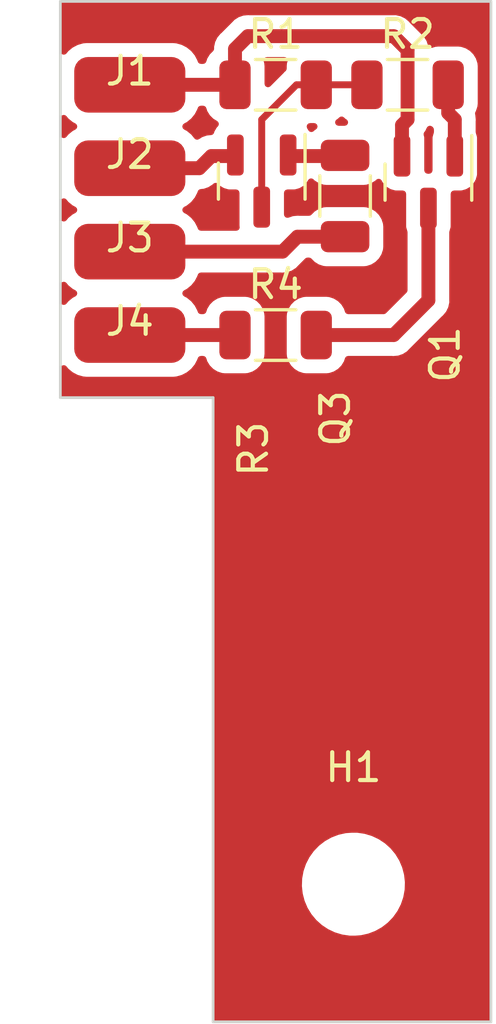
<source format=kicad_pcb>
(kicad_pcb (version 20221018) (generator pcbnew)
  (layers (0 "F.Cu" signal) (31 "B.Cu" signal) (34 "B.Paste" user) (35 "F.Paste" user) (36 "B.SilkS" user "B.Silkscreen") (37 "F.SilkS" user "F.Silkscreen") (38 "B.Mask" user) (39 "F.Mask" user) (44 "Edge.Cuts" user))
  (net 0 "")
  (net 1 "Net-(Q1-B)")
  (net 2 "+24V")
  (net 3 "Net-(J4-Pin_1)")
  (net 4 "GND")
  (net 5 "Net-(J3-Pin_1)")
  (net 6 "Net-(Q1-C)")
  (net 7 "Net-(Q3-G)")
  (net 8 "Net-(Q3-D)")
  (footprint "Resistor_SMD:R_1206_3216Metric" (layer "F.Cu") (at 169.75 94.3)
    (fp_text reference "R2" (at 0 -1.82) (layer "F.SilkS"))
    (fp_text value "4.7k")
    (fp_line (start -0.727064 -0.91) (end 0.727064 -0.91) (stroke (width 0.12)) (layer "F.SilkS"))
    (fp_line (start -0.727064 0.91) (end 0.727064 0.91) (stroke (width 0.12)) (layer "F.SilkS"))
    (pad "1" smd roundrect (at -1.4625 0) (size 1.125 1.75) (layers "F.Cu" "F.Paste" "F.Mask") (roundrect_rratio 0.222222) (net 8 "Net-(Q3-D)"))
    (pad "2" smd roundrect (at 1.4625 0) (size 1.125 1.75) (layers "F.Cu" "F.Paste" "F.Mask") (roundrect_rratio 0.222222) (net 1 "Net-(Q1-B)"))
  )
  (footprint "MountingHole:MountingHole_3.2mm_M3" (layer "F.Cu") (at 167.8 123.05)
    (fp_text reference "H1" (at 0 -4.2) (layer "F.SilkS"))
    (fp_text value "MountingHole")
    (pad "" np_thru_hole circle (at 0 0) (size 3.2 3.2) (drill 3.2) (layers "*.Cu" "*.Mask"))
  )
  (footprint "Resistor_SMD:R_1206_3216Metric" (layer "F.Cu") (at 165 94.3)
    (fp_text reference "R1" (at 0 -1.82) (layer "F.SilkS"))
    (fp_text value "4.7k")
    (fp_line (start -0.727064 -0.91) (end 0.727064 -0.91) (stroke (width 0.12)) (layer "F.SilkS"))
    (fp_line (start -0.727064 0.91) (end 0.727064 0.91) (stroke (width 0.12)) (layer "F.SilkS"))
    (pad "1" smd roundrect (at -1.4625 0) (size 1.125 1.75) (layers "F.Cu" "F.Paste" "F.Mask") (roundrect_rratio 0.222222) (net 2 "+24V"))
    (pad "2" smd roundrect (at 1.4625 0) (size 1.125 1.75) (layers "F.Cu" "F.Paste" "F.Mask") (roundrect_rratio 0.222222) (net 8 "Net-(Q3-D)"))
  )
  (footprint "MK_Footprints:CONN_SMD" (layer "F.Cu") (at 159.75 97.3)
    (fp_text reference "J2" (at 0 -0.5 unlocked) (layer "F.SilkS"))
    (fp_text value "Conn_01x01")
    (pad "1" smd roundrect (at 0 0) (size 4 2) (layers "F.Cu" "F.Paste" "F.Mask") (net 4 "GND"))
  )
  (footprint "MK_Footprints:CONN_SMD" (layer "F.Cu") (at 159.75 94.3)
    (fp_text reference "J1" (at 0 -0.5 unlocked) (layer "F.SilkS"))
    (fp_text value "Conn_01x01")
    (pad "1" smd roundrect (at 0 0) (size 4 2) (layers "F.Cu" "F.Paste" "F.Mask") (net 2 "+24V"))
  )
  (footprint "Package_TO_SOT_SMD:SOT-23" (layer "F.Cu") (at 170.5 97.8 -90)
    (fp_text reference "Q1" (at 6.2 -0.6 90) (layer "F.SilkS"))
    (fp_text value "BC807")
    (fp_line (start 0 -1.56) (end -1.675 -1.56) (stroke (width 0.12)) (layer "F.SilkS"))
    (fp_line (start 0 -1.56) (end 0.65 -1.56) (stroke (width 0.12)) (layer "F.SilkS"))
    (fp_line (start 0 1.56) (end -0.65 1.56) (stroke (width 0.12)) (layer "F.SilkS"))
    (fp_line (start 0 1.56) (end 0.65 1.56) (stroke (width 0.12)) (layer "F.SilkS"))
    (pad "1" smd roundrect (at -0.9375 -0.95 270) (size 1.475 0.6) (layers "F.Cu" "F.Paste" "F.Mask") (net 1 "Net-(Q1-B)"))
    (pad "2" smd roundrect (at -0.9375 0.95 270) (size 1.475 0.6) (layers "F.Cu" "F.Paste" "F.Mask") (net 2 "+24V"))
    (pad "3" smd roundrect (at 0.9375 0 270) (size 1.475 0.6) (layers "F.Cu" "F.Paste" "F.Mask") (net 6 "Net-(Q1-C)"))
  )
  (footprint "Resistor_SMD:R_1206_3216Metric" (layer "F.Cu") (at 167.5 98.3 90)
    (fp_text reference "R3" (at -9.1 -3.3 90) (layer "F.SilkS"))
    (fp_text value "120")
    (fp_line (start -0.727064 -0.91) (end 0.727064 -0.91) (stroke (width 0.12)) (layer "F.SilkS"))
    (fp_line (start -0.727064 0.91) (end 0.727064 0.91) (stroke (width 0.12)) (layer "F.SilkS"))
    (pad "1" smd roundrect (at -1.4625 0 90) (size 1.125 1.75) (layers "F.Cu" "F.Paste" "F.Mask") (roundrect_rratio 0.222222) (net 5 "Net-(J3-Pin_1)"))
    (pad "2" smd roundrect (at 1.4625 0 90) (size 1.125 1.75) (layers "F.Cu" "F.Paste" "F.Mask") (roundrect_rratio 0.222222) (net 7 "Net-(Q3-G)"))
  )
  (footprint "Resistor_SMD:R_1206_3216Metric" (layer "F.Cu") (at 165 103.3)
    (fp_text reference "R4" (at 0 -1.82) (layer "F.SilkS"))
    (fp_text value "680")
    (fp_line (start -0.727064 -0.91) (end 0.727064 -0.91) (stroke (width 0.12)) (layer "F.SilkS"))
    (fp_line (start -0.727064 0.91) (end 0.727064 0.91) (stroke (width 0.12)) (layer "F.SilkS"))
    (pad "1" smd roundrect (at -1.4625 0) (size 1.125 1.75) (layers "F.Cu" "F.Paste" "F.Mask") (roundrect_rratio 0.222222) (net 3 "Net-(J4-Pin_1)"))
    (pad "2" smd roundrect (at 1.4625 0) (size 1.125 1.75) (layers "F.Cu" "F.Paste" "F.Mask") (roundrect_rratio 0.222222) (net 6 "Net-(Q1-C)"))
  )
  (footprint "MK_Footprints:CONN_SMD" (layer "F.Cu") (at 159.75 103.3)
    (fp_text reference "J4" (at 0 -0.5 unlocked) (layer "F.SilkS"))
    (fp_text value "Conn_01x01")
    (pad "1" smd roundrect (at 0 0) (size 4 2) (layers "F.Cu" "F.Paste" "F.Mask") (net 3 "Net-(J4-Pin_1)"))
  )
  (footprint "MK_Footprints:CONN_SMD" (layer "F.Cu") (at 159.75 100.3)
    (fp_text reference "J3" (at 0 -0.5 unlocked) (layer "F.SilkS"))
    (fp_text value "Conn_01x01")
    (pad "1" smd roundrect (at 0 0) (size 4 2) (layers "F.Cu" "F.Paste" "F.Mask") (net 5 "Net-(J3-Pin_1)"))
  )
  (footprint "Package_TO_SOT_SMD:SOT-23" (layer "F.Cu") (at 164.5 97.7625 -90)
    (fp_text reference "Q3" (at 8.5375 -2.65 90) (layer "F.SilkS"))
    (fp_text value "DMN6140L")
    (fp_line (start 0 -1.56) (end -1.675 -1.56) (stroke (width 0.12)) (layer "F.SilkS"))
    (fp_line (start 0 -1.56) (end 0.65 -1.56) (stroke (width 0.12)) (layer "F.SilkS"))
    (fp_line (start 0 1.56) (end -0.65 1.56) (stroke (width 0.12)) (layer "F.SilkS"))
    (fp_line (start 0 1.56) (end 0.65 1.56) (stroke (width 0.12)) (layer "F.SilkS"))
    (pad "1" smd roundrect (at -0.9375 -0.95 270) (size 1.475 0.6) (layers "F.Cu" "F.Paste" "F.Mask") (net 7 "Net-(Q3-G)"))
    (pad "2" smd roundrect (at -0.9375 0.95 270) (size 1.475 0.6) (layers "F.Cu" "F.Paste" "F.Mask") (net 4 "GND"))
    (pad "3" smd roundrect (at 0.9375 0 270) (size 1.475 0.6) (layers "F.Cu" "F.Paste" "F.Mask") (net 8 "Net-(Q3-D)"))
  )
  (gr_line (start 157.25 105.55) (end 157.25 91.3) (stroke (width 0.1)) (layer "Edge.Cuts"))
  (gr_line (start 157.25 91.3) (end 172.75 91.3) (stroke (width 0.1)) (layer "Edge.Cuts"))
  (gr_line (start 162.75 105.55) (end 157.25 105.55) (stroke (width 0.1)) (layer "Edge.Cuts"))
  (gr_line (start 172.75 105.55) (end 172.75 128) (stroke (width 0.1)) (layer "Edge.Cuts"))
  (gr_line (start 172.75 91.3) (end 172.75 105.55) (stroke (width 0.1)) (layer "Edge.Cuts"))
  (gr_line (start 172.75 128) (end 162.75 128) (stroke (width 0.1)) (layer "Edge.Cuts"))
  (gr_line (start 162.75 128) (end 162.75 105.55) (stroke (width 0.1)) (layer "Edge.Cuts"))
  (segment (start 171.45 96.8625) (end 171.45 95.55) (width 0.5) (layer "F.Cu") (net 1))
  (segment (start 171.2125 94.3) (end 171.2125 95.3125) (width 0.5) (layer "F.Cu") (net 1))
  (segment (start 171.2125 95.3125) (end 171.45 95.55) (width 0.5) (layer "F.Cu") (net 1))
  (segment (start 163.5375 93.0125) (end 164 92.55) (width 0.5) (layer "F.Cu") (net 2))
  (segment (start 169.55 95.75) (end 169.75 95.55) (width 0.5) (layer "F.Cu") (net 2))
  (segment (start 169.75 95.55) (end 169.75 93.05) (width 0.5) (layer "F.Cu") (net 2))
  (segment (start 169.55 96.8625) (end 169.55 95.75) (width 0.5) (layer "F.Cu") (net 2))
  (segment (start 159.75 94.3) (end 163.5375 94.3) (width 0.5) (layer "F.Cu") (net 2))
  (segment (start 169.75 93.05) (end 169.25 92.55) (width 0.5) (layer "F.Cu") (net 2))
  (segment (start 163.5375 94.3) (end 163.5375 93.0125) (width 0.5) (layer "F.Cu") (net 2))
  (segment (start 169.25 92.55) (end 164 92.55) (width 0.5) (layer "F.Cu") (net 2))
  (segment (start 159.75 103.3) (end 163.5375 103.3) (width 0.5) (layer "F.Cu") (net 3))
  (segment (start 162.6875 96.8625) (end 163.55 96.8625) (width 0.5) (layer "F.Cu") (net 4))
  (segment (start 162.25 97.3) (end 162.6875 96.8625) (width 0.5) (layer "F.Cu") (net 4))
  (segment (start 159.75 97.3) (end 162.25 97.3) (width 0.5) (layer "F.Cu") (net 4))
  (segment (start 165.25 100.3) (end 165.7875 99.7625) (width 0.5) (layer "F.Cu") (net 5))
  (segment (start 159.75 100.3) (end 165.25 100.3) (width 0.5) (layer "F.Cu") (net 5))
  (segment (start 165.7875 99.7625) (end 167.5 99.7625) (width 0.5) (layer "F.Cu") (net 5))
  (segment (start 166.4625 103.3) (end 169.25 103.3) (width 0.5) (layer "F.Cu") (net 6))
  (segment (start 169.25 103.3) (end 170.5 102.05) (width 0.5) (layer "F.Cu") (net 6))
  (segment (start 170.5 102.05) (end 170.5 98.7375) (width 0.5) (layer "F.Cu") (net 6))
  (segment (start 165.45 96.8625) (end 167.475 96.8625) (width 0.5) (layer "F.Cu") (net 7))
  (segment (start 167.475 96.8625) (end 167.5 96.8375) (width 0.5) (layer "F.Cu") (net 7))
  (segment (start 164.5 95.55) (end 165.75 94.3) (width 0.25) (layer "F.Cu") (net 8))
  (segment (start 166.4625 94.3) (end 168.2875 94.3) (width 0.25) (layer "F.Cu") (net 8))
  (segment (start 165.75 94.3) (end 166.4625 94.3) (width 0.25) (layer "F.Cu") (net 8))
  (segment (start 164.5 98.7375) (end 164.5 95.55) (width 0.25) (layer "F.Cu") (net 8))
  (zone (net 0) (net_name "") (layer "F.Cu") (connect_pads (clearance 0.5)) (min_thickness 0.25) (fill yes (thermal_gap 0.5) (thermal_bridge_width 0.5) (island_removal_mode 1) (island_area_min 10))
    (polygon (pts (xy 157.25 91.3) (xy 172.75 91.3) (xy 172.75 128) (xy 157.25 128)))
  )
)
</source>
